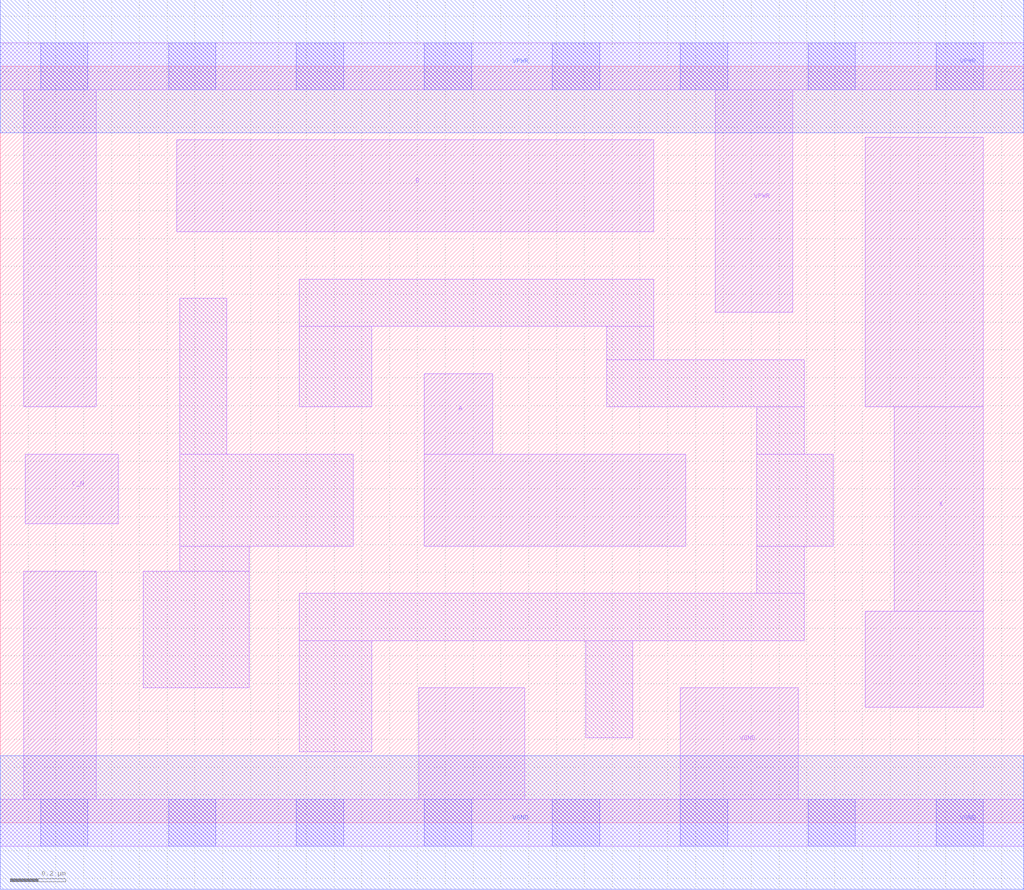
<source format=lef>
# Copyright 2020 The SkyWater PDK Authors
#
# Licensed under the Apache License, Version 2.0 (the "License");
# you may not use this file except in compliance with the License.
# You may obtain a copy of the License at
#
#     https://www.apache.org/licenses/LICENSE-2.0
#
# Unless required by applicable law or agreed to in writing, software
# distributed under the License is distributed on an "AS IS" BASIS,
# WITHOUT WARRANTIES OR CONDITIONS OF ANY KIND, either express or implied.
# See the License for the specific language governing permissions and
# limitations under the License.
#
# SPDX-License-Identifier: Apache-2.0

VERSION 5.7 ;
  NAMESCASESENSITIVE ON ;
  NOWIREEXTENSIONATPIN ON ;
  DIVIDERCHAR "/" ;
  BUSBITCHARS "[]" ;
UNITS
  DATABASE MICRONS 200 ;
END UNITS
PROPERTYDEFINITIONS
  MACRO maskLayoutSubType STRING ;
  MACRO prCellType STRING ;
  MACRO originalViewName STRING ;
END PROPERTYDEFINITIONS
MACRO sky130_fd_sc_hdll__or3b_1
  CLASS CORE ;
  FOREIGN sky130_fd_sc_hdll__or3b_1 ;
  ORIGIN  0.000000  0.000000 ;
  SIZE  3.680000 BY  2.720000 ;
  SYMMETRY X Y R90 ;
  SITE unithd ;
  PIN A
    ANTENNAGATEAREA  0.138600 ;
    DIRECTION INPUT ;
    USE SIGNAL ;
    PORT
      LAYER li1 ;
        RECT 1.525000 0.995000 2.465000 1.325000 ;
        RECT 1.525000 1.325000 1.770000 1.615000 ;
    END
  END A
  PIN B
    ANTENNAGATEAREA  0.138600 ;
    DIRECTION INPUT ;
    USE SIGNAL ;
    PORT
      LAYER li1 ;
        RECT 0.635000 2.125000 2.350000 2.455000 ;
    END
  END B
  PIN C_N
    ANTENNAGATEAREA  0.138600 ;
    DIRECTION INPUT ;
    USE SIGNAL ;
    PORT
      LAYER li1 ;
        RECT 0.090000 1.075000 0.425000 1.325000 ;
    END
  END C_N
  PIN X
    ANTENNADIFFAREA  0.463750 ;
    DIRECTION OUTPUT ;
    USE SIGNAL ;
    PORT
      LAYER li1 ;
        RECT 3.110000 0.415000 3.535000 0.760000 ;
        RECT 3.110000 1.495000 3.535000 2.465000 ;
        RECT 3.215000 0.760000 3.535000 1.495000 ;
    END
  END X
  PIN VGND
    DIRECTION INOUT ;
    USE GROUND ;
    PORT
      LAYER li1 ;
        RECT 0.000000 -0.085000 3.680000 0.085000 ;
        RECT 0.085000  0.085000 0.345000 0.905000 ;
        RECT 1.505000  0.085000 1.885000 0.485000 ;
        RECT 2.445000  0.085000 2.870000 0.485000 ;
      LAYER mcon ;
        RECT 0.145000 -0.085000 0.315000 0.085000 ;
        RECT 0.605000 -0.085000 0.775000 0.085000 ;
        RECT 1.065000 -0.085000 1.235000 0.085000 ;
        RECT 1.525000 -0.085000 1.695000 0.085000 ;
        RECT 1.985000 -0.085000 2.155000 0.085000 ;
        RECT 2.445000 -0.085000 2.615000 0.085000 ;
        RECT 2.905000 -0.085000 3.075000 0.085000 ;
        RECT 3.365000 -0.085000 3.535000 0.085000 ;
      LAYER met1 ;
        RECT 0.000000 -0.240000 3.680000 0.240000 ;
    END
  END VGND
  PIN VPWR
    DIRECTION INOUT ;
    USE POWER ;
    PORT
      LAYER li1 ;
        RECT 0.000000 2.635000 3.680000 2.805000 ;
        RECT 0.085000 1.495000 0.345000 2.635000 ;
        RECT 2.570000 1.835000 2.850000 2.635000 ;
      LAYER mcon ;
        RECT 0.145000 2.635000 0.315000 2.805000 ;
        RECT 0.605000 2.635000 0.775000 2.805000 ;
        RECT 1.065000 2.635000 1.235000 2.805000 ;
        RECT 1.525000 2.635000 1.695000 2.805000 ;
        RECT 1.985000 2.635000 2.155000 2.805000 ;
        RECT 2.445000 2.635000 2.615000 2.805000 ;
        RECT 2.905000 2.635000 3.075000 2.805000 ;
        RECT 3.365000 2.635000 3.535000 2.805000 ;
      LAYER met1 ;
        RECT 0.000000 2.480000 3.680000 2.960000 ;
    END
  END VPWR
  OBS
    LAYER li1 ;
      RECT 0.515000 0.485000 0.895000 0.905000 ;
      RECT 0.645000 0.905000 0.895000 0.995000 ;
      RECT 0.645000 0.995000 1.270000 1.325000 ;
      RECT 0.645000 1.325000 0.815000 1.885000 ;
      RECT 1.075000 0.255000 1.335000 0.655000 ;
      RECT 1.075000 0.655000 2.890000 0.825000 ;
      RECT 1.075000 1.495000 1.335000 1.785000 ;
      RECT 1.075000 1.785000 2.350000 1.955000 ;
      RECT 2.105000 0.305000 2.275000 0.655000 ;
      RECT 2.180000 1.495000 2.890000 1.665000 ;
      RECT 2.180000 1.665000 2.350000 1.785000 ;
      RECT 2.720000 0.825000 2.890000 0.995000 ;
      RECT 2.720000 0.995000 2.995000 1.325000 ;
      RECT 2.720000 1.325000 2.890000 1.495000 ;
  END
  PROPERTY maskLayoutSubType "abstract" ;
  PROPERTY prCellType "standard" ;
  PROPERTY originalViewName "layout" ;
END sky130_fd_sc_hdll__or3b_1

</source>
